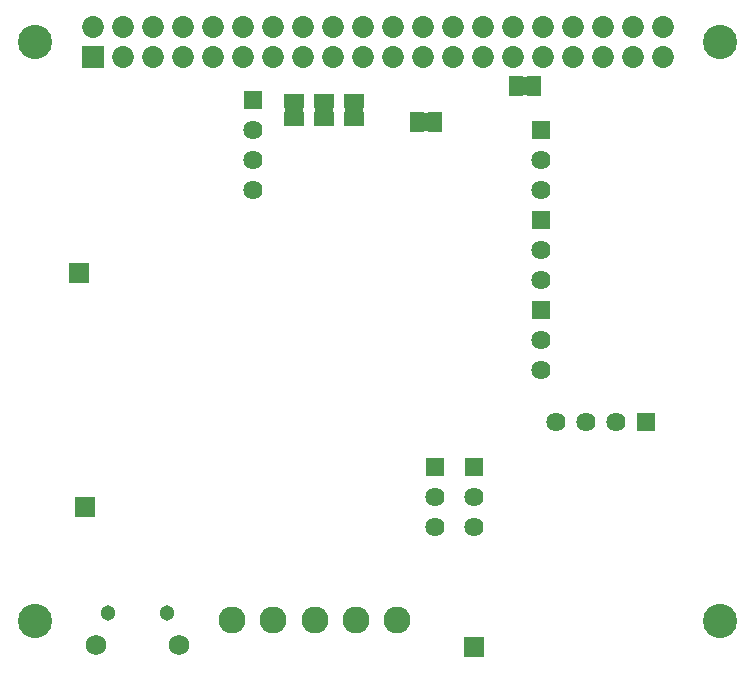
<source format=gbs>
G04 Layer_Color=16711935*
%FSLAX44Y44*%
%MOMM*%
G71*
G01*
G75*
%ADD70R,1.7016X1.7016*%
%ADD71C,1.3017*%
%ADD72C,1.7517*%
%ADD73R,1.6256X1.6256*%
%ADD74C,1.6256*%
%ADD75R,1.6256X1.6256*%
%ADD76C,2.2860*%
%ADD77R,1.8517X1.8517*%
%ADD78C,1.8517*%
%ADD79C,2.9017*%
%ADD80R,1.7018X1.2700*%
%ADD81R,0.4064X0.7366*%
%ADD82R,1.2700X1.7018*%
%ADD83R,0.7366X0.4064*%
G36*
X515620Y728980D02*
X500380D01*
Y754380D01*
X515620D01*
Y728980D01*
D02*
G37*
G36*
X632460Y723900D02*
X607060D01*
Y739140D01*
X632460D01*
Y723900D01*
D02*
G37*
G36*
X541020Y728980D02*
X525780D01*
Y754380D01*
X541020D01*
Y728980D01*
D02*
G37*
G36*
X716280Y754380D02*
X690880D01*
Y769620D01*
X716280D01*
Y754380D01*
D02*
G37*
G36*
X566420Y728980D02*
X551180D01*
Y754380D01*
X566420D01*
Y728980D01*
D02*
G37*
D70*
X331470Y405130D02*
D03*
X660400Y287020D02*
D03*
X326390Y603250D02*
D03*
D71*
X400921Y315501D02*
D03*
X350919D02*
D03*
D72*
X340919Y288501D02*
D03*
X410921D02*
D03*
D73*
X806450Y477200D02*
D03*
D74*
X781050D02*
D03*
X755650D02*
D03*
X730250D02*
D03*
X717550Y547050D02*
D03*
Y521650D02*
D03*
Y623250D02*
D03*
Y597850D02*
D03*
Y699450D02*
D03*
Y674050D02*
D03*
X627380Y414020D02*
D03*
Y388620D02*
D03*
X660400Y414020D02*
D03*
Y388620D02*
D03*
X473710Y724850D02*
D03*
Y699450D02*
D03*
Y674050D02*
D03*
D75*
X717550Y572450D02*
D03*
Y648650D02*
D03*
Y724850D02*
D03*
X627380Y439420D02*
D03*
X660400D02*
D03*
X473710Y750250D02*
D03*
D76*
X595780Y309880D02*
D03*
X560781D02*
D03*
X525780D02*
D03*
X490779D02*
D03*
X455780D02*
D03*
D77*
X337701Y786300D02*
D03*
D78*
Y811700D02*
D03*
X363101Y786300D02*
D03*
Y811700D02*
D03*
X388501Y786300D02*
D03*
Y811700D02*
D03*
X413901Y786300D02*
D03*
Y811700D02*
D03*
X439301Y786300D02*
D03*
Y811700D02*
D03*
X464701Y786300D02*
D03*
Y811700D02*
D03*
X490101Y786300D02*
D03*
Y811700D02*
D03*
X515501Y786300D02*
D03*
Y811700D02*
D03*
X540901Y786300D02*
D03*
Y811700D02*
D03*
X566301Y786300D02*
D03*
Y811700D02*
D03*
X591701Y786300D02*
D03*
Y811700D02*
D03*
X617101Y786300D02*
D03*
Y811700D02*
D03*
X642501Y786300D02*
D03*
Y811700D02*
D03*
X667901Y786300D02*
D03*
Y811700D02*
D03*
X693301Y786300D02*
D03*
Y811700D02*
D03*
X718701Y786300D02*
D03*
Y811700D02*
D03*
X744101Y786300D02*
D03*
Y811700D02*
D03*
X769501Y786300D02*
D03*
Y811700D02*
D03*
X794901Y786300D02*
D03*
Y811700D02*
D03*
X820301Y786300D02*
D03*
Y811700D02*
D03*
D79*
X289001Y309001D02*
D03*
X869000Y799000D02*
D03*
Y309001D02*
D03*
X289001Y799000D02*
D03*
D80*
X558800Y734060D02*
D03*
Y749300D02*
D03*
X533400Y734060D02*
D03*
Y749300D02*
D03*
X508000Y734060D02*
D03*
Y749300D02*
D03*
D81*
X558800Y741680D02*
D03*
X533400D02*
D03*
X508000D02*
D03*
D82*
X711200Y762000D02*
D03*
X695960D02*
D03*
X612140Y731520D02*
D03*
X627380D02*
D03*
D83*
X703580Y762000D02*
D03*
X619760Y731520D02*
D03*
M02*

</source>
